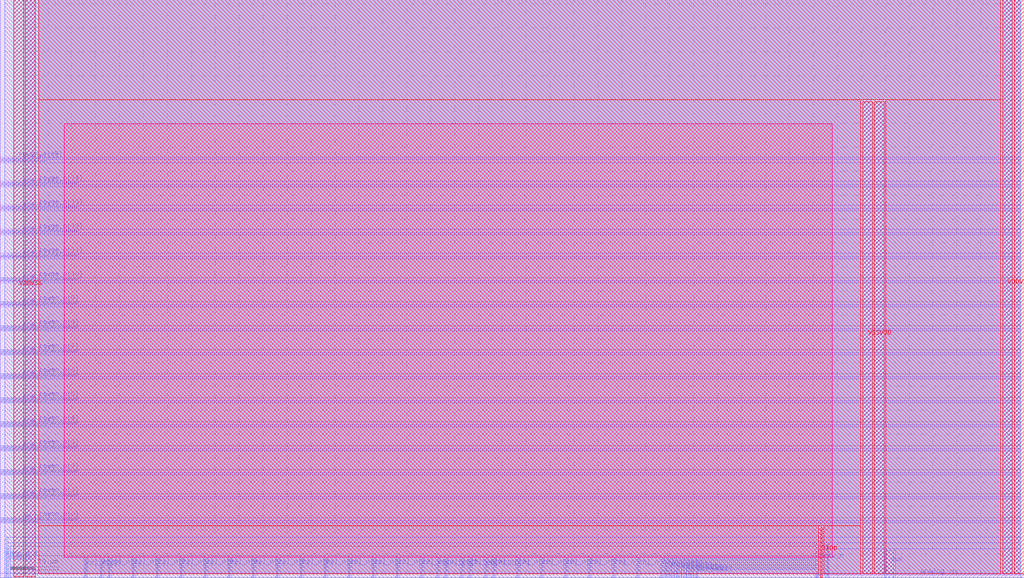
<source format=lef>
VERSION 5.7 ;
  NOWIREEXTENSIONATPIN ON ;
  DIVIDERCHAR "/" ;
  BUSBITCHARS "[]" ;
MACRO adc_array_matrix_12bit
  CLASS BLOCK ;
  FOREIGN adc_array_matrix_12bit ;
  ORIGIN 0.000 0.000 ;
  SIZE 214.050 BY 120.840 ;
  PIN VDD
    DIRECTION INOUT ;
    USE POWER ;
    PORT
      LAYER met4 ;
        RECT 2.850 0.210 4.920 120.830 ;
    END
    PORT
      LAYER met4 ;
        RECT 182.700 0.860 184.770 99.510 ;
    END
    PORT
      LAYER met4 ;
        RECT 209.540 0.830 211.610 120.830 ;
    END
  END VDD
  PIN VSS
    DIRECTION INOUT ;
    USE GROUND ;
    PORT
      LAYER met4 ;
        RECT 5.230 0.210 7.300 120.830 ;
    END
    PORT
      LAYER met4 ;
        RECT 180.320 0.860 182.390 99.510 ;
    END
    PORT
      LAYER met4 ;
        RECT 211.980 0.840 214.050 120.840 ;
    END
  END VSS
  PIN vcm
    DIRECTION INPUT ;
    USE SIGNAL ;
    PORT
      LAYER met2 ;
        RECT 185.210 0.000 186.820 5.745 ;
    END
  END vcm
  PIN sample
    DIRECTION INPUT ;
    USE SIGNAL ;
    PORT
      LAYER met2 ;
        RECT 1.450 0.000 1.790 6.320 ;
    END
  END sample
  PIN sample_n
    DIRECTION INPUT ;
    USE SIGNAL ;
    PORT
      LAYER met2 ;
        RECT 0.910 0.000 1.250 8.160 ;
    END
  END sample_n
  PIN row_n[15]
    DIRECTION INPUT ;
    USE SIGNAL ;
    PORT
      LAYER met1 ;
        RECT 0.000 87.040 9.470 87.180 ;
    END
  END row_n[15]
  PIN row_n[14]
    DIRECTION INPUT ;
    USE SIGNAL ;
    PORT
      LAYER met1 ;
        RECT 0.000 82.020 9.470 82.160 ;
    END
  END row_n[14]
  PIN row_n[13]
    DIRECTION INPUT ;
    USE SIGNAL ;
    PORT
      LAYER met1 ;
        RECT 0.000 77.000 9.470 77.140 ;
    END
  END row_n[13]
  PIN row_n[12]
    DIRECTION INPUT ;
    USE SIGNAL ;
    PORT
      LAYER met1 ;
        RECT 0.000 71.980 9.470 72.120 ;
    END
  END row_n[12]
  PIN row_n[11]
    DIRECTION INPUT ;
    USE SIGNAL ;
    PORT
      LAYER met1 ;
        RECT 0.000 66.960 9.470 67.100 ;
    END
  END row_n[11]
  PIN row_n[10]
    DIRECTION INPUT ;
    USE SIGNAL ;
    PORT
      LAYER met1 ;
        RECT 0.000 61.940 9.470 62.080 ;
    END
  END row_n[10]
  PIN row_n[9]
    DIRECTION INPUT ;
    USE SIGNAL ;
    PORT
      LAYER met1 ;
        RECT 0.000 56.920 9.470 57.060 ;
    END
  END row_n[9]
  PIN row_n[8]
    DIRECTION INPUT ;
    USE SIGNAL ;
    PORT
      LAYER met1 ;
        RECT 0.000 51.900 9.470 52.040 ;
    END
  END row_n[8]
  PIN row_n[7]
    DIRECTION INPUT ;
    USE SIGNAL ;
    PORT
      LAYER met1 ;
        RECT 0.000 46.880 9.470 47.020 ;
    END
  END row_n[7]
  PIN row_n[6]
    DIRECTION INPUT ;
    USE SIGNAL ;
    PORT
      LAYER met1 ;
        RECT 0.000 41.860 9.470 42.000 ;
    END
  END row_n[6]
  PIN row_n[5]
    DIRECTION INPUT ;
    USE SIGNAL ;
    PORT
      LAYER met1 ;
        RECT 0.000 36.840 9.470 36.980 ;
    END
  END row_n[5]
  PIN row_n[4]
    DIRECTION INPUT ;
    USE SIGNAL ;
    PORT
      LAYER met1 ;
        RECT 0.000 31.820 9.470 31.960 ;
    END
  END row_n[4]
  PIN row_n[3]
    DIRECTION INPUT ;
    USE SIGNAL ;
    PORT
      LAYER met1 ;
        RECT 0.000 26.800 9.470 26.940 ;
    END
  END row_n[3]
  PIN row_n[2]
    DIRECTION INPUT ;
    USE SIGNAL ;
    PORT
      LAYER met1 ;
        RECT 0.000 21.780 9.470 21.920 ;
    END
  END row_n[2]
  PIN row_n[1]
    DIRECTION INPUT ;
    USE SIGNAL ;
    PORT
      LAYER met1 ;
        RECT 0.000 16.760 9.470 16.900 ;
    END
  END row_n[1]
  PIN row_n[0]
    DIRECTION INPUT ;
    USE SIGNAL ;
    PORT
      LAYER met1 ;
        RECT 0.000 11.740 7.600 11.880 ;
    END
  END row_n[0]
  PIN rowon_n[15]
    DIRECTION INPUT ;
    USE SIGNAL ;
    PORT
      LAYER met1 ;
        RECT 0.000 87.450 7.610 87.590 ;
    END
  END rowon_n[15]
  PIN rowon_n[14]
    DIRECTION INPUT ;
    USE SIGNAL ;
    PORT
      LAYER met1 ;
        RECT 0.000 82.430 16.070 82.570 ;
    END
  END rowon_n[14]
  PIN rowon_n[13]
    DIRECTION INPUT ;
    USE SIGNAL ;
    PORT
      LAYER met1 ;
        RECT 0.000 77.410 16.070 77.550 ;
    END
  END rowon_n[13]
  PIN rowon_n[12]
    DIRECTION INPUT ;
    USE SIGNAL ;
    PORT
      LAYER met1 ;
        RECT 0.000 72.390 16.070 72.530 ;
    END
  END rowon_n[12]
  PIN rowon_n[11]
    DIRECTION INPUT ;
    USE SIGNAL ;
    PORT
      LAYER met1 ;
        RECT 0.000 67.370 16.070 67.510 ;
    END
  END rowon_n[11]
  PIN rowon_n[10]
    DIRECTION INPUT ;
    USE SIGNAL ;
    PORT
      LAYER met1 ;
        RECT 0.000 62.350 16.070 62.490 ;
    END
  END rowon_n[10]
  PIN rowon_n[9]
    DIRECTION INPUT ;
    USE SIGNAL ;
    PORT
      LAYER met1 ;
        RECT 0.000 57.330 16.070 57.470 ;
    END
  END rowon_n[9]
  PIN rowon_n[8]
    DIRECTION INPUT ;
    USE SIGNAL ;
    PORT
      LAYER met1 ;
        RECT 0.000 52.310 16.070 52.450 ;
    END
  END rowon_n[8]
  PIN rowon_n[7]
    DIRECTION INPUT ;
    USE SIGNAL ;
    PORT
      LAYER met1 ;
        RECT 0.000 47.290 16.070 47.430 ;
    END
  END rowon_n[7]
  PIN rowon_n[6]
    DIRECTION INPUT ;
    USE SIGNAL ;
    PORT
      LAYER met1 ;
        RECT 0.000 42.270 16.070 42.410 ;
    END
  END rowon_n[6]
  PIN rowon_n[5]
    DIRECTION INPUT ;
    USE SIGNAL ;
    PORT
      LAYER met1 ;
        RECT 0.000 37.250 16.070 37.390 ;
    END
  END rowon_n[5]
  PIN rowon_n[4]
    DIRECTION INPUT ;
    USE SIGNAL ;
    PORT
      LAYER met1 ;
        RECT 0.000 32.230 16.070 32.370 ;
    END
  END rowon_n[4]
  PIN rowon_n[3]
    DIRECTION INPUT ;
    USE SIGNAL ;
    PORT
      LAYER met1 ;
        RECT 0.000 27.210 16.070 27.350 ;
    END
  END rowon_n[3]
  PIN rowon_n[2]
    DIRECTION INPUT ;
    USE SIGNAL ;
    PORT
      LAYER met1 ;
        RECT 0.000 22.190 16.070 22.330 ;
    END
  END rowon_n[2]
  PIN rowon_n[1]
    DIRECTION INPUT ;
    USE SIGNAL ;
    PORT
      LAYER met1 ;
        RECT 0.000 17.170 16.070 17.310 ;
    END
  END rowon_n[1]
  PIN rowon_n[0]
    DIRECTION INPUT ;
    USE SIGNAL ;
    PORT
      LAYER met1 ;
        RECT 0.000 12.150 16.070 12.290 ;
    END
  END rowon_n[0]
  PIN col_n[31]
    DIRECTION INPUT ;
    USE SIGNAL ;
    PORT
      LAYER met2 ;
        RECT 145.410 0.000 145.580 1.445 ;
    END
  END col_n[31]
  PIN col_n[30]
    DIRECTION INPUT ;
    USE SIGNAL ;
    PORT
      LAYER met2 ;
        RECT 144.390 0.000 144.560 1.825 ;
    END
  END col_n[30]
  PIN col_n[29]
    DIRECTION INPUT ;
    USE SIGNAL ;
    PORT
      LAYER met2 ;
        RECT 143.370 0.000 143.540 2.205 ;
    END
  END col_n[29]
  PIN col_n[28]
    DIRECTION INPUT ;
    USE SIGNAL ;
    PORT
      LAYER met2 ;
        RECT 142.350 0.000 142.520 2.590 ;
    END
  END col_n[28]
  PIN col_n[27]
    DIRECTION INPUT ;
    USE SIGNAL ;
    PORT
      LAYER met2 ;
        RECT 141.330 0.000 141.500 2.985 ;
    END
  END col_n[27]
  PIN col_n[26]
    DIRECTION INPUT ;
    USE SIGNAL ;
    PORT
      LAYER met2 ;
        RECT 140.310 0.000 140.480 3.335 ;
    END
  END col_n[26]
  PIN col_n[25]
    DIRECTION INPUT ;
    USE SIGNAL ;
    PORT
      LAYER met2 ;
        RECT 139.290 0.000 139.460 3.715 ;
    END
  END col_n[25]
  PIN col_n[24]
    DIRECTION INPUT ;
    USE SIGNAL ;
    PORT
      LAYER met2 ;
        RECT 138.270 0.000 138.440 4.290 ;
    END
  END col_n[24]
  PIN col_n[23]
    DIRECTION INPUT ;
    USE SIGNAL ;
    PORT
      LAYER met2 ;
        RECT 133.250 0.000 133.420 4.290 ;
    END
  END col_n[23]
  PIN col_n[22]
    DIRECTION INPUT ;
    USE SIGNAL ;
    PORT
      LAYER met2 ;
        RECT 128.230 0.000 128.400 4.290 ;
    END
  END col_n[22]
  PIN col_n[21]
    DIRECTION INPUT ;
    USE SIGNAL ;
    PORT
      LAYER met2 ;
        RECT 123.210 0.000 123.380 4.290 ;
    END
  END col_n[21]
  PIN col_n[20]
    DIRECTION INPUT ;
    USE SIGNAL ;
    PORT
      LAYER met2 ;
        RECT 118.190 0.000 118.360 4.290 ;
    END
  END col_n[20]
  PIN col_n[19]
    DIRECTION INPUT ;
    USE SIGNAL ;
    PORT
      LAYER met2 ;
        RECT 113.170 0.000 113.340 4.290 ;
    END
  END col_n[19]
  PIN col_n[18]
    DIRECTION INPUT ;
    USE SIGNAL ;
    PORT
      LAYER met2 ;
        RECT 108.150 0.000 108.320 4.290 ;
    END
  END col_n[18]
  PIN col_n[17]
    DIRECTION INPUT ;
    USE SIGNAL ;
    PORT
      LAYER met2 ;
        RECT 103.130 0.000 103.300 4.290 ;
    END
  END col_n[17]
  PIN col_n[16]
    DIRECTION INPUT ;
    USE SIGNAL ;
    PORT
      LAYER met2 ;
        RECT 98.110 0.000 98.280 4.290 ;
    END
  END col_n[16]
  PIN col_n[15]
    DIRECTION INPUT ;
    USE SIGNAL ;
    PORT
      LAYER met2 ;
        RECT 93.090 0.000 93.260 4.290 ;
    END
  END col_n[15]
  PIN col_n[14]
    DIRECTION INPUT ;
    USE SIGNAL ;
    PORT
      LAYER met2 ;
        RECT 88.070 0.000 88.240 4.290 ;
    END
  END col_n[14]
  PIN col_n[13]
    DIRECTION INPUT ;
    USE SIGNAL ;
    PORT
      LAYER met2 ;
        RECT 83.050 0.000 83.220 4.290 ;
    END
  END col_n[13]
  PIN col_n[12]
    DIRECTION INPUT ;
    USE SIGNAL ;
    PORT
      LAYER met2 ;
        RECT 78.030 0.000 78.200 4.290 ;
    END
  END col_n[12]
  PIN col_n[11]
    DIRECTION INPUT ;
    USE SIGNAL ;
    PORT
      LAYER met2 ;
        RECT 73.010 0.000 73.180 4.290 ;
    END
  END col_n[11]
  PIN col_n[10]
    DIRECTION INPUT ;
    USE SIGNAL ;
    PORT
      LAYER met2 ;
        RECT 67.990 0.000 68.160 4.290 ;
    END
  END col_n[10]
  PIN col_n[9]
    DIRECTION INPUT ;
    USE SIGNAL ;
    PORT
      LAYER met2 ;
        RECT 62.970 0.000 63.140 4.290 ;
    END
  END col_n[9]
  PIN col_n[8]
    DIRECTION INPUT ;
    USE SIGNAL ;
    PORT
      LAYER met2 ;
        RECT 57.950 0.000 58.120 4.290 ;
    END
  END col_n[8]
  PIN col_n[7]
    DIRECTION INPUT ;
    USE SIGNAL ;
    PORT
      LAYER met2 ;
        RECT 52.930 0.000 53.100 4.290 ;
    END
  END col_n[7]
  PIN col_n[6]
    DIRECTION INPUT ;
    USE SIGNAL ;
    PORT
      LAYER met2 ;
        RECT 47.910 0.000 48.080 4.290 ;
    END
  END col_n[6]
  PIN col_n[5]
    DIRECTION INPUT ;
    USE SIGNAL ;
    PORT
      LAYER met2 ;
        RECT 42.890 0.000 43.060 4.290 ;
    END
  END col_n[5]
  PIN col_n[4]
    DIRECTION INPUT ;
    USE SIGNAL ;
    PORT
      LAYER met2 ;
        RECT 37.870 0.000 38.040 4.290 ;
    END
  END col_n[4]
  PIN col_n[3]
    DIRECTION INPUT ;
    USE SIGNAL ;
    PORT
      LAYER met2 ;
        RECT 32.850 0.000 33.020 4.290 ;
    END
  END col_n[3]
  PIN col_n[2]
    DIRECTION INPUT ;
    USE SIGNAL ;
    PORT
      LAYER met2 ;
        RECT 27.830 0.000 28.000 4.290 ;
    END
  END col_n[2]
  PIN col_n[1]
    DIRECTION INPUT ;
    USE SIGNAL ;
    PORT
      LAYER met2 ;
        RECT 22.810 0.000 22.980 4.290 ;
    END
  END col_n[1]
  PIN col_n[0]
    DIRECTION INPUT ;
    USE SIGNAL ;
    PORT
      LAYER met2 ;
        RECT 17.790 0.000 17.960 4.285 ;
    END
  END col_n[0]
  PIN en_bit_n[2]
    DIRECTION INPUT ;
    USE SIGNAL ;
    PORT
      LAYER met2 ;
        RECT 96.450 0.000 96.620 4.295 ;
    END
  END en_bit_n[2]
  PIN en_bit_n[1]
    DIRECTION INPUT ;
    USE SIGNAL ;
    PORT
      LAYER met2 ;
        RECT 91.430 0.000 91.600 4.295 ;
    END
  END en_bit_n[1]
  PIN en_bit_n[0]
    DIRECTION INPUT ;
    USE SIGNAL ;
    PORT
      LAYER met2 ;
        RECT 101.470 0.000 101.640 4.295 ;
    END
  END en_bit_n[0]
  PIN en_C0_n
    DIRECTION INPUT ;
    USE SIGNAL ;
    PORT
      LAYER met2 ;
        RECT 21.150 0.000 21.320 4.295 ;
    END
  END en_C0_n
  PIN sw
    DIRECTION INPUT ;
    USE SIGNAL ;
    PORT
      LAYER met2 ;
        RECT 170.900 0.000 171.095 7.005 ;
    END
  END sw
  PIN sw_n
    DIRECTION INPUT ;
    USE SIGNAL ;
    PORT
      LAYER met2 ;
        RECT 172.770 0.000 172.965 7.010 ;
    END
  END sw_n
  PIN analog_in
    DIRECTION INPUT ;
    USE SIGNAL ;
    PORT
      LAYER met1 ;
        RECT 170.705 0.040 214.050 0.620 ;
    END
  END analog_in
  PIN ctop
    DIRECTION OUTPUT ;
    USE SIGNAL ;
    PORT
      LAYER met4 ;
        RECT 171.500 0.000 171.800 10.490 ;
    END
  END ctop
  OBS
      LAYER li1 ;
        RECT 5.230 0.830 213.300 120.830 ;
      LAYER met1 ;
        RECT 0.000 87.870 213.300 120.830 ;
        RECT 7.890 87.460 213.300 87.870 ;
        RECT 9.750 86.760 213.300 87.460 ;
        RECT 0.000 82.850 213.300 86.760 ;
        RECT 16.350 82.150 213.300 82.850 ;
        RECT 9.750 81.740 213.300 82.150 ;
        RECT 0.000 77.830 213.300 81.740 ;
        RECT 16.350 77.130 213.300 77.830 ;
        RECT 9.750 76.720 213.300 77.130 ;
        RECT 0.000 72.810 213.300 76.720 ;
        RECT 16.350 72.110 213.300 72.810 ;
        RECT 9.750 71.700 213.300 72.110 ;
        RECT 0.000 67.790 213.300 71.700 ;
        RECT 16.350 67.090 213.300 67.790 ;
        RECT 9.750 66.680 213.300 67.090 ;
        RECT 0.000 62.770 213.300 66.680 ;
        RECT 16.350 62.070 213.300 62.770 ;
        RECT 9.750 61.660 213.300 62.070 ;
        RECT 0.000 57.750 213.300 61.660 ;
        RECT 16.350 57.050 213.300 57.750 ;
        RECT 9.750 56.640 213.300 57.050 ;
        RECT 0.000 52.730 213.300 56.640 ;
        RECT 16.350 52.030 213.300 52.730 ;
        RECT 9.750 51.620 213.300 52.030 ;
        RECT 0.000 47.710 213.300 51.620 ;
        RECT 16.350 47.010 213.300 47.710 ;
        RECT 9.750 46.600 213.300 47.010 ;
        RECT 0.000 42.690 213.300 46.600 ;
        RECT 16.350 41.990 213.300 42.690 ;
        RECT 9.750 41.580 213.300 41.990 ;
        RECT 0.000 37.670 213.300 41.580 ;
        RECT 16.350 36.970 213.300 37.670 ;
        RECT 9.750 36.560 213.300 36.970 ;
        RECT 0.000 32.650 213.300 36.560 ;
        RECT 16.350 31.950 213.300 32.650 ;
        RECT 9.750 31.540 213.300 31.950 ;
        RECT 0.000 27.630 213.300 31.540 ;
        RECT 16.350 26.930 213.300 27.630 ;
        RECT 9.750 26.520 213.300 26.930 ;
        RECT 0.000 22.610 213.300 26.520 ;
        RECT 16.350 21.910 213.300 22.610 ;
        RECT 9.750 21.500 213.300 21.910 ;
        RECT 0.000 17.590 213.300 21.500 ;
        RECT 16.350 16.890 213.300 17.590 ;
        RECT 9.750 16.480 213.300 16.890 ;
        RECT 0.000 12.570 213.300 16.480 ;
        RECT 16.350 11.870 213.300 12.570 ;
        RECT 7.880 11.460 213.300 11.870 ;
        RECT 0.000 0.900 213.300 11.460 ;
        RECT 0.000 0.040 170.425 0.900 ;
      LAYER met2 ;
        RECT 0.910 8.440 213.300 120.830 ;
        RECT 1.530 7.290 213.300 8.440 ;
        RECT 1.530 7.285 172.490 7.290 ;
        RECT 1.530 6.600 170.620 7.285 ;
        RECT 2.070 4.575 170.620 6.600 ;
        RECT 2.070 4.565 20.870 4.575 ;
        RECT 2.070 0.000 17.510 4.565 ;
        RECT 18.240 0.000 20.870 4.565 ;
        RECT 21.600 4.570 91.150 4.575 ;
        RECT 21.600 0.000 22.530 4.570 ;
        RECT 23.260 0.000 27.550 4.570 ;
        RECT 28.280 0.000 32.570 4.570 ;
        RECT 33.300 0.000 37.590 4.570 ;
        RECT 38.320 0.000 42.610 4.570 ;
        RECT 43.340 0.000 47.630 4.570 ;
        RECT 48.360 0.000 52.650 4.570 ;
        RECT 53.380 0.000 57.670 4.570 ;
        RECT 58.400 0.000 62.690 4.570 ;
        RECT 63.420 0.000 67.710 4.570 ;
        RECT 68.440 0.000 72.730 4.570 ;
        RECT 73.460 0.000 77.750 4.570 ;
        RECT 78.480 0.000 82.770 4.570 ;
        RECT 83.500 0.000 87.790 4.570 ;
        RECT 88.520 0.000 91.150 4.570 ;
        RECT 91.880 4.570 96.170 4.575 ;
        RECT 91.880 0.000 92.810 4.570 ;
        RECT 93.540 0.000 96.170 4.570 ;
        RECT 96.900 4.570 101.190 4.575 ;
        RECT 96.900 0.000 97.830 4.570 ;
        RECT 98.560 0.000 101.190 4.570 ;
        RECT 101.920 4.570 170.620 4.575 ;
        RECT 101.920 0.000 102.850 4.570 ;
        RECT 103.580 0.000 107.870 4.570 ;
        RECT 108.600 0.000 112.890 4.570 ;
        RECT 113.620 0.000 117.910 4.570 ;
        RECT 118.640 0.000 122.930 4.570 ;
        RECT 123.660 0.000 127.950 4.570 ;
        RECT 128.680 0.000 132.970 4.570 ;
        RECT 133.700 0.000 137.990 4.570 ;
        RECT 138.720 3.995 170.620 4.570 ;
        RECT 138.720 0.000 139.010 3.995 ;
        RECT 139.740 3.615 170.620 3.995 ;
        RECT 139.740 0.000 140.030 3.615 ;
        RECT 140.760 3.265 170.620 3.615 ;
        RECT 140.760 0.000 141.050 3.265 ;
        RECT 141.780 2.870 170.620 3.265 ;
        RECT 141.780 0.000 142.070 2.870 ;
        RECT 142.800 2.485 170.620 2.870 ;
        RECT 142.800 0.000 143.090 2.485 ;
        RECT 143.820 2.105 170.620 2.485 ;
        RECT 143.820 0.000 144.110 2.105 ;
        RECT 144.840 1.725 170.620 2.105 ;
        RECT 144.840 0.000 145.130 1.725 ;
        RECT 145.860 0.000 170.620 1.725 ;
        RECT 171.375 0.000 172.490 7.285 ;
        RECT 173.245 6.025 213.300 7.290 ;
        RECT 173.245 0.000 184.930 6.025 ;
        RECT 187.100 0.000 213.300 6.025 ;
      LAYER met3 ;
        RECT 2.850 0.830 213.300 120.830 ;
      LAYER met4 ;
        RECT 8.010 99.910 209.140 120.830 ;
        RECT 8.010 10.890 179.920 99.910 ;
        RECT 8.010 0.830 171.100 10.890 ;
        RECT 172.200 0.830 179.920 10.890 ;
        RECT 185.170 0.830 209.140 99.910 ;
      LAYER met5 ;
        RECT 13.400 4.320 173.960 94.890 ;
  END
END adc_array_matrix_12bit
END LIBRARY


</source>
